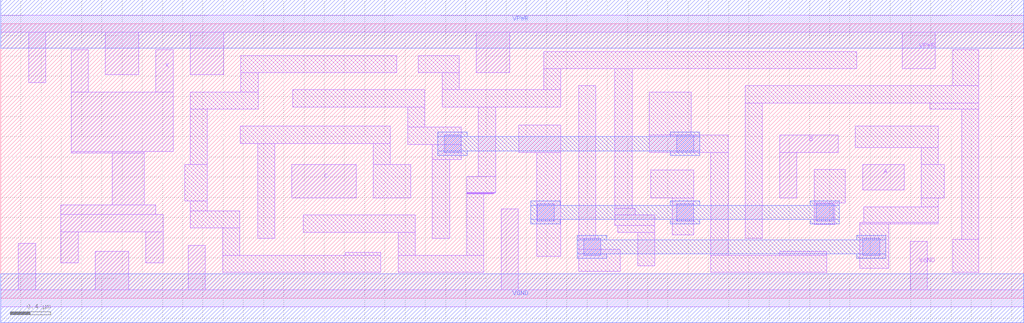
<source format=lef>
# Copyright 2020 The SkyWater PDK Authors
#
# Licensed under the Apache License, Version 2.0 (the "License");
# you may not use this file except in compliance with the License.
# You may obtain a copy of the License at
#
#     https://www.apache.org/licenses/LICENSE-2.0
#
# Unless required by applicable law or agreed to in writing, software
# distributed under the License is distributed on an "AS IS" BASIS,
# WITHOUT WARRANTIES OR CONDITIONS OF ANY KIND, either express or implied.
# See the License for the specific language governing permissions and
# limitations under the License.
#
# SPDX-License-Identifier: Apache-2.0

VERSION 5.5 ;
NAMESCASESENSITIVE ON ;
BUSBITCHARS "[]" ;
DIVIDERCHAR "/" ;
MACRO sky130_fd_sc_hd__xor3_4
  CLASS CORE ;
  SOURCE USER ;
  ORIGIN  0.000000  0.000000 ;
  SIZE  10.12000 BY  2.720000 ;
  SYMMETRY X Y R90 ;
  SITE unithd ;
  PIN A
    ANTENNAGATEAREA  0.246000 ;
    DIRECTION INPUT ;
    USE SIGNAL ;
    PORT
      LAYER li1 ;
        RECT 8.525000 1.075000 8.935000 1.325000 ;
    END
  END A
  PIN B
    ANTENNAGATEAREA  0.661500 ;
    DIRECTION INPUT ;
    USE SIGNAL ;
    PORT
      LAYER li1 ;
        RECT 7.705000 0.995000 7.875000 1.445000 ;
        RECT 7.705000 1.445000 8.285000 1.615000 ;
    END
  END B
  PIN C
    ANTENNAGATEAREA  0.381000 ;
    DIRECTION INPUT ;
    USE SIGNAL ;
    PORT
      LAYER li1 ;
        RECT 2.880000 0.995000 3.515000 1.325000 ;
    END
  END C
  PIN X
    ANTENNADIFFAREA  0.891000 ;
    DIRECTION OUTPUT ;
    USE SIGNAL ;
    PORT
      LAYER li1 ;
        RECT 0.595000 0.350000 0.765000 0.660000 ;
        RECT 0.595000 0.660000 1.605000 0.830000 ;
        RECT 0.595000 0.830000 1.535000 0.925000 ;
        RECT 0.695000 1.440000 1.420000 1.455000 ;
        RECT 0.695000 1.455000 1.705000 2.045000 ;
        RECT 0.695000 2.045000 0.865000 2.465000 ;
        RECT 1.105000 0.925000 1.420000 1.440000 ;
        RECT 1.435000 0.350000 1.605000 0.660000 ;
        RECT 1.535000 2.045000 1.705000 2.465000 ;
    END
  END X
  PIN VGND
    DIRECTION INOUT ;
    SHAPE ABUTMENT ;
    USE GROUND ;
    PORT
      LAYER li1 ;
        RECT 0.000000 -0.085000 10.120000 0.085000 ;
        RECT 0.175000  0.085000  0.345000 0.545000 ;
        RECT 0.935000  0.085000  1.265000 0.465000 ;
        RECT 1.855000  0.085000  2.025000 0.525000 ;
        RECT 4.950000  0.085000  5.120000 0.885000 ;
        RECT 8.995000  0.085000  9.165000 0.565000 ;
    END
    PORT
      LAYER met1 ;
        RECT 0.000000 -0.240000 10.120000 0.240000 ;
    END
  END VGND
  PIN VPWR
    DIRECTION INOUT ;
    SHAPE ABUTMENT ;
    USE POWER ;
    PORT
      LAYER li1 ;
        RECT 0.000000 2.635000 10.120000 2.805000 ;
        RECT 0.275000 2.135000  0.445000 2.635000 ;
        RECT 1.035000 2.215000  1.365000 2.635000 ;
        RECT 1.875000 2.215000  2.205000 2.635000 ;
        RECT 4.705000 2.235000  5.035000 2.635000 ;
        RECT 8.915000 2.275000  9.245000 2.635000 ;
    END
    PORT
      LAYER met1 ;
        RECT 0.000000 2.480000 10.120000 2.960000 ;
    END
  END VPWR
  OBS
    LAYER li1 ;
      RECT 1.820000 0.965000 2.045000 1.325000 ;
      RECT 1.875000 0.695000 2.365000 0.865000 ;
      RECT 1.875000 0.865000 2.045000 0.965000 ;
      RECT 1.875000 1.325000 2.045000 1.875000 ;
      RECT 1.875000 1.875000 2.545000 2.045000 ;
      RECT 2.195000 0.255000 3.760000 0.425000 ;
      RECT 2.195000 0.425000 2.365000 0.695000 ;
      RECT 2.370000 1.535000 3.855000 1.705000 ;
      RECT 2.375000 2.045000 2.545000 2.235000 ;
      RECT 2.375000 2.235000 3.915000 2.405000 ;
      RECT 2.540000 0.595000 2.710000 1.535000 ;
      RECT 2.890000 1.895000 4.195000 2.065000 ;
      RECT 2.990000 0.655000 4.100000 0.825000 ;
      RECT 3.410000 0.425000 3.760000 0.455000 ;
      RECT 3.685000 0.995000 4.055000 1.325000 ;
      RECT 3.685000 1.325000 3.855000 1.535000 ;
      RECT 3.930000 0.255000 4.780000 0.425000 ;
      RECT 3.930000 0.425000 4.100000 0.655000 ;
      RECT 4.025000 1.525000 4.555000 1.695000 ;
      RECT 4.025000 1.695000 4.195000 1.895000 ;
      RECT 4.130000 2.235000 4.535000 2.405000 ;
      RECT 4.270000 0.595000 4.440000 1.375000 ;
      RECT 4.270000 1.375000 4.555000 1.525000 ;
      RECT 4.365000 1.895000 5.540000 2.065000 ;
      RECT 4.365000 2.065000 4.535000 2.235000 ;
      RECT 4.610000 0.425000 4.780000 1.035000 ;
      RECT 4.610000 1.035000 4.865000 1.040000 ;
      RECT 4.610000 1.040000 4.880000 1.045000 ;
      RECT 4.610000 1.045000 4.890000 1.050000 ;
      RECT 4.610000 1.050000 4.895000 1.205000 ;
      RECT 4.725000 1.205000 4.895000 1.895000 ;
      RECT 5.125000 1.445000 5.540000 1.715000 ;
      RECT 5.300000 0.415000 5.540000 1.445000 ;
      RECT 5.370000 2.065000 5.540000 2.275000 ;
      RECT 5.370000 2.275000 8.465000 2.445000 ;
      RECT 5.715000 0.265000 6.130000 0.485000 ;
      RECT 5.715000 0.485000 5.935000 0.595000 ;
      RECT 5.715000 0.595000 5.885000 2.105000 ;
      RECT 6.075000 0.720000 6.470000 0.825000 ;
      RECT 6.075000 0.825000 6.275000 0.890000 ;
      RECT 6.075000 0.890000 6.245000 2.275000 ;
      RECT 6.105000 0.655000 6.470000 0.720000 ;
      RECT 6.300000 0.320000 6.470000 0.655000 ;
      RECT 6.415000 1.445000 7.195000 1.615000 ;
      RECT 6.415000 1.615000 6.830000 2.045000 ;
      RECT 6.430000 0.995000 6.855000 1.270000 ;
      RECT 6.640000 0.630000 6.855000 0.995000 ;
      RECT 7.025000 0.255000 8.170000 0.425000 ;
      RECT 7.025000 0.425000 7.195000 1.445000 ;
      RECT 7.365000 0.595000 7.535000 1.935000 ;
      RECT 7.365000 1.935000 9.675000 2.105000 ;
      RECT 7.705000 0.425000 8.170000 0.465000 ;
      RECT 8.045000 0.730000 8.250000 0.945000 ;
      RECT 8.045000 0.945000 8.355000 1.275000 ;
      RECT 8.455000 1.495000 9.275000 1.705000 ;
      RECT 8.495000 0.295000 8.785000 0.735000 ;
      RECT 8.495000 0.735000 9.275000 0.750000 ;
      RECT 8.535000 0.750000 9.275000 0.905000 ;
      RECT 9.105000 0.905000 9.275000 0.995000 ;
      RECT 9.105000 0.995000 9.335000 1.325000 ;
      RECT 9.105000 1.325000 9.275000 1.495000 ;
      RECT 9.190000 1.875000 9.675000 1.935000 ;
      RECT 9.415000 0.255000 9.675000 0.585000 ;
      RECT 9.415000 2.105000 9.675000 2.465000 ;
      RECT 9.505000 0.585000 9.675000 1.875000 ;
    LAYER mcon ;
      RECT 4.385000 1.445000 4.555000 1.615000 ;
      RECT 5.305000 0.765000 5.475000 0.935000 ;
      RECT 5.765000 0.425000 5.935000 0.595000 ;
      RECT 6.685000 0.765000 6.855000 0.935000 ;
      RECT 6.685000 1.445000 6.855000 1.615000 ;
      RECT 8.065000 0.765000 8.235000 0.935000 ;
      RECT 8.525000 0.425000 8.695000 0.595000 ;
    LAYER met1 ;
      RECT 4.325000 1.415000 4.615000 1.460000 ;
      RECT 4.325000 1.460000 6.915000 1.600000 ;
      RECT 4.325000 1.600000 4.615000 1.645000 ;
      RECT 5.245000 0.735000 5.535000 0.780000 ;
      RECT 5.245000 0.780000 8.295000 0.920000 ;
      RECT 5.245000 0.920000 5.535000 0.965000 ;
      RECT 5.705000 0.395000 5.995000 0.440000 ;
      RECT 5.705000 0.440000 8.755000 0.580000 ;
      RECT 5.705000 0.580000 5.995000 0.625000 ;
      RECT 6.625000 0.735000 6.915000 0.780000 ;
      RECT 6.625000 0.920000 6.915000 0.965000 ;
      RECT 6.625000 1.415000 6.915000 1.460000 ;
      RECT 6.625000 1.600000 6.915000 1.645000 ;
      RECT 8.005000 0.735000 8.295000 0.780000 ;
      RECT 8.005000 0.920000 8.295000 0.965000 ;
      RECT 8.465000 0.395000 8.755000 0.440000 ;
      RECT 8.465000 0.580000 8.755000 0.625000 ;
  END
END sky130_fd_sc_hd__xor3_4
END LIBRARY

</source>
